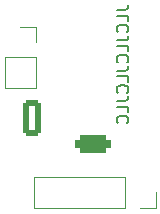
<source format=gbr>
%TF.GenerationSoftware,KiCad,Pcbnew,(6.0.2-0)*%
%TF.CreationDate,2022-02-21T14:16:59+09:00*%
%TF.ProjectId,ThonkiconnBreakout,54686f6e-6b69-4636-9f6e-6e427265616b,rev?*%
%TF.SameCoordinates,Original*%
%TF.FileFunction,Legend,Bot*%
%TF.FilePolarity,Positive*%
%FSLAX46Y46*%
G04 Gerber Fmt 4.6, Leading zero omitted, Abs format (unit mm)*
G04 Created by KiCad (PCBNEW (6.0.2-0)) date 2022-02-21 14:16:59*
%MOMM*%
%LPD*%
G01*
G04 APERTURE LIST*
G04 Aperture macros list*
%AMRoundRect*
0 Rectangle with rounded corners*
0 $1 Rounding radius*
0 $2 $3 $4 $5 $6 $7 $8 $9 X,Y pos of 4 corners*
0 Add a 4 corners polygon primitive as box body*
4,1,4,$2,$3,$4,$5,$6,$7,$8,$9,$2,$3,0*
0 Add four circle primitives for the rounded corners*
1,1,$1+$1,$2,$3*
1,1,$1+$1,$4,$5*
1,1,$1+$1,$6,$7*
1,1,$1+$1,$8,$9*
0 Add four rect primitives between the rounded corners*
20,1,$1+$1,$2,$3,$4,$5,0*
20,1,$1+$1,$4,$5,$6,$7,0*
20,1,$1+$1,$6,$7,$8,$9,0*
20,1,$1+$1,$8,$9,$2,$3,0*%
G04 Aperture macros list end*
%ADD10C,0.150000*%
%ADD11C,0.120000*%
%ADD12O,1.700000X1.700000*%
%ADD13R,1.700000X1.700000*%
%ADD14RoundRect,0.250500X-1.249500X0.499500X-1.249500X-0.499500X1.249500X-0.499500X1.249500X0.499500X0*%
%ADD15RoundRect,0.250500X-0.499500X-1.249500X0.499500X-1.249500X0.499500X1.249500X-0.499500X1.249500X0*%
%ADD16RoundRect,0.375000X-1.125000X0.375000X-1.125000X-0.375000X1.125000X-0.375000X1.125000X0.375000X0*%
G04 APERTURE END LIST*
D10*
X118652380Y-50580952D02*
X119366666Y-50580952D01*
X119509523Y-50533333D01*
X119604761Y-50438095D01*
X119652380Y-50295238D01*
X119652380Y-50200000D01*
X119652380Y-51533333D02*
X119652380Y-51057142D01*
X118652380Y-51057142D01*
X119557142Y-52438095D02*
X119604761Y-52390476D01*
X119652380Y-52247619D01*
X119652380Y-52152380D01*
X119604761Y-52009523D01*
X119509523Y-51914285D01*
X119414285Y-51866666D01*
X119223809Y-51819047D01*
X119080952Y-51819047D01*
X118890476Y-51866666D01*
X118795238Y-51914285D01*
X118700000Y-52009523D01*
X118652380Y-52152380D01*
X118652380Y-52247619D01*
X118700000Y-52390476D01*
X118747619Y-52438095D01*
X118652380Y-53152380D02*
X119366666Y-53152380D01*
X119509523Y-53104761D01*
X119604761Y-53009523D01*
X119652380Y-52866666D01*
X119652380Y-52771428D01*
X119652380Y-54104761D02*
X119652380Y-53628571D01*
X118652380Y-53628571D01*
X119557142Y-55009523D02*
X119604761Y-54961904D01*
X119652380Y-54819047D01*
X119652380Y-54723809D01*
X119604761Y-54580952D01*
X119509523Y-54485714D01*
X119414285Y-54438095D01*
X119223809Y-54390476D01*
X119080952Y-54390476D01*
X118890476Y-54438095D01*
X118795238Y-54485714D01*
X118700000Y-54580952D01*
X118652380Y-54723809D01*
X118652380Y-54819047D01*
X118700000Y-54961904D01*
X118747619Y-55009523D01*
X118652380Y-55723809D02*
X119366666Y-55723809D01*
X119509523Y-55676190D01*
X119604761Y-55580952D01*
X119652380Y-55438095D01*
X119652380Y-55342857D01*
X119652380Y-56676190D02*
X119652380Y-56200000D01*
X118652380Y-56200000D01*
X119557142Y-57580952D02*
X119604761Y-57533333D01*
X119652380Y-57390476D01*
X119652380Y-57295238D01*
X119604761Y-57152380D01*
X119509523Y-57057142D01*
X119414285Y-57009523D01*
X119223809Y-56961904D01*
X119080952Y-56961904D01*
X118890476Y-57009523D01*
X118795238Y-57057142D01*
X118700000Y-57152380D01*
X118652380Y-57295238D01*
X118652380Y-57390476D01*
X118700000Y-57533333D01*
X118747619Y-57580952D01*
X118652380Y-58295238D02*
X119366666Y-58295238D01*
X119509523Y-58247619D01*
X119604761Y-58152380D01*
X119652380Y-58009523D01*
X119652380Y-57914285D01*
X119652380Y-59247619D02*
X119652380Y-58771428D01*
X118652380Y-58771428D01*
X119557142Y-60152380D02*
X119604761Y-60104761D01*
X119652380Y-59961904D01*
X119652380Y-59866666D01*
X119604761Y-59723809D01*
X119509523Y-59628571D01*
X119414285Y-59580952D01*
X119223809Y-59533333D01*
X119080952Y-59533333D01*
X118890476Y-59580952D01*
X118795238Y-59628571D01*
X118700000Y-59723809D01*
X118652380Y-59866666D01*
X118652380Y-59961904D01*
X118700000Y-60104761D01*
X118747619Y-60152380D01*
D11*
%TO.C,J3*%
X109160000Y-54610000D02*
X109160000Y-57210000D01*
X111820000Y-52010000D02*
X110490000Y-52010000D01*
X111820000Y-54610000D02*
X109160000Y-54610000D01*
X111820000Y-54610000D02*
X111820000Y-57210000D01*
X111820000Y-57210000D02*
X109160000Y-57210000D01*
X111820000Y-53340000D02*
X111820000Y-52010000D01*
%TO.C,J2*%
X119370000Y-67370000D02*
X111690000Y-67370000D01*
X121970000Y-67370000D02*
X121970000Y-66040000D01*
X119370000Y-67370000D02*
X119370000Y-64710000D01*
X111690000Y-67370000D02*
X111690000Y-64710000D01*
X120640000Y-67370000D02*
X121970000Y-67370000D01*
X119370000Y-64710000D02*
X111690000Y-64710000D01*
%TD*%
%LPC*%
D12*
%TO.C,J3*%
X110490000Y-55880000D03*
D13*
X110490000Y-53340000D03*
%TD*%
D12*
%TO.C,J2*%
X113020000Y-66040000D03*
X115560000Y-66040000D03*
X118100000Y-66040000D03*
D13*
X120640000Y-66040000D03*
%TD*%
D14*
%TO.C,J1*%
X116669500Y-48756000D03*
D15*
X111469500Y-59756000D03*
D16*
X116669500Y-61956000D03*
%TD*%
M02*

</source>
